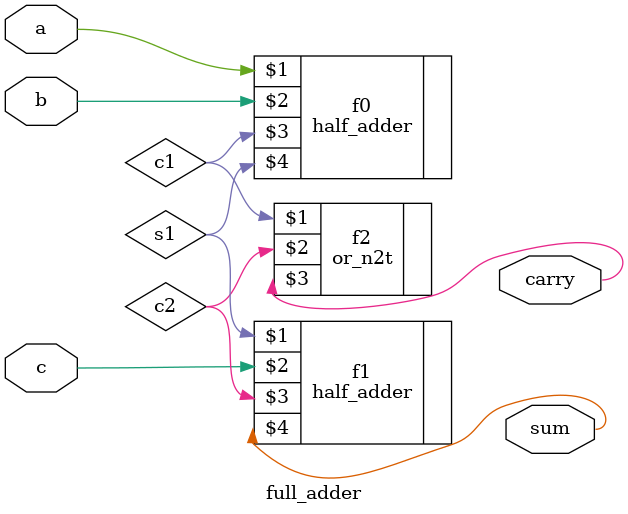
<source format=sv>
`ifndef half_adder
  `include "half_adder.sv"
`endif
`define full_adder 1

module full_adder(
    input  a,
    input  b,
    input  c,
    output carry,
    output sum
);
  wire c1, s1, c2;
  // a + b
  half_adder f0 (a, b, c1, s1);
  // a + b + c
  half_adder f1 (s1, c, c2, sum);
  or_n2t f2 (c1, c2, carry);
endmodule

</source>
